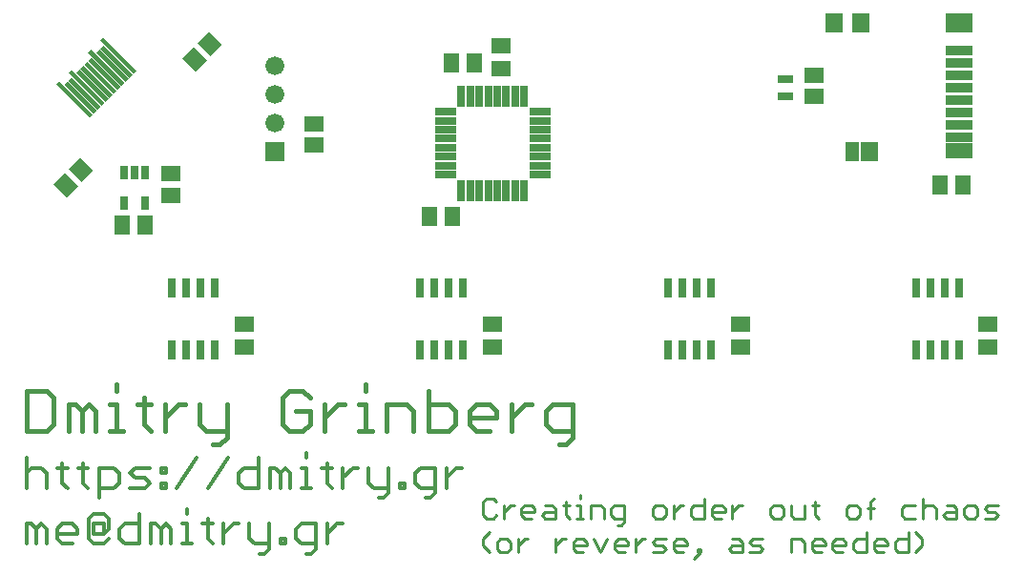
<source format=gts>
G75*
%MOIN*%
%OFA0B0*%
%FSLAX24Y24*%
%IPPOS*%
%LPD*%
%AMOC8*
5,1,8,0,0,1.08239X$1,22.5*
%
%ADD10C,0.0170*%
%ADD11C,0.0130*%
%ADD12C,0.0090*%
%ADD13R,0.0257X0.0651*%
%ADD14R,0.0660X0.0660*%
%ADD15C,0.0660*%
%ADD16R,0.0572X0.0690*%
%ADD17R,0.0946X0.0572*%
%ADD18R,0.0946X0.0336*%
%ADD19R,0.0946X0.0651*%
%ADD20R,0.0611X0.0651*%
%ADD21R,0.0454X0.0651*%
%ADD22R,0.0769X0.0277*%
%ADD23R,0.0277X0.0769*%
%ADD24R,0.0690X0.0572*%
%ADD25R,0.0651X0.0572*%
%ADD26R,0.0277X0.0454*%
%ADD27R,0.1438X0.0158*%
%ADD28R,0.1635X0.0158*%
%ADD29R,0.0572X0.0651*%
%ADD30R,0.0560X0.0260*%
D10*
X009678Y005148D02*
X009912Y005148D01*
X010147Y005382D01*
X010147Y006554D01*
X009209Y006554D02*
X009209Y005851D01*
X009444Y005616D01*
X010147Y005616D01*
X008704Y006554D02*
X008469Y006554D01*
X008001Y006085D01*
X008001Y005616D02*
X008001Y006554D01*
X007503Y006554D02*
X007034Y006554D01*
X007268Y006788D02*
X007268Y005851D01*
X007503Y005616D01*
X006536Y005616D02*
X006067Y005616D01*
X006302Y005616D02*
X006302Y006554D01*
X006067Y006554D01*
X005555Y006319D02*
X005555Y005616D01*
X005086Y005616D02*
X005086Y006319D01*
X005320Y006554D01*
X005555Y006319D01*
X005086Y006319D02*
X004852Y006554D01*
X004617Y006554D01*
X004617Y005616D01*
X004105Y005851D02*
X004105Y006788D01*
X003870Y007023D01*
X003167Y007023D01*
X003167Y005616D01*
X003870Y005616D01*
X004105Y005851D01*
X006302Y007023D02*
X006302Y007257D01*
X012109Y006788D02*
X012109Y005851D01*
X012344Y005616D01*
X012812Y005616D01*
X013047Y005851D01*
X013047Y006319D01*
X012578Y006319D01*
X013047Y006788D02*
X012812Y007023D01*
X012344Y007023D01*
X012109Y006788D01*
X013559Y006554D02*
X013559Y005616D01*
X013559Y006085D02*
X014028Y006554D01*
X014262Y006554D01*
X014768Y006554D02*
X015002Y006554D01*
X015002Y005616D01*
X014768Y005616D02*
X015236Y005616D01*
X015734Y005616D02*
X015734Y006554D01*
X016437Y006554D01*
X016672Y006319D01*
X016672Y005616D01*
X017185Y005616D02*
X017888Y005616D01*
X018122Y005851D01*
X018122Y006319D01*
X017888Y006554D01*
X017185Y006554D01*
X017185Y007023D02*
X017185Y005616D01*
X018635Y005851D02*
X018635Y006319D01*
X018869Y006554D01*
X019338Y006554D01*
X019572Y006319D01*
X019572Y006085D01*
X018635Y006085D01*
X018635Y005851D02*
X018869Y005616D01*
X019338Y005616D01*
X020085Y005616D02*
X020085Y006554D01*
X020553Y006554D02*
X020788Y006554D01*
X020553Y006554D02*
X020085Y006085D01*
X021293Y005851D02*
X021527Y005616D01*
X022230Y005616D01*
X022230Y005382D02*
X022230Y006554D01*
X021527Y006554D01*
X021293Y006319D01*
X021293Y005851D01*
X021996Y005148D02*
X022230Y005382D01*
X021996Y005148D02*
X021762Y005148D01*
X015002Y007023D02*
X015002Y007257D01*
D11*
X003147Y002373D02*
X003147Y001671D01*
X003498Y001671D02*
X003498Y002197D01*
X003673Y002373D01*
X003849Y002197D01*
X003849Y001671D01*
X004235Y001847D02*
X004235Y002197D01*
X004410Y002373D01*
X004761Y002373D01*
X004936Y002197D01*
X004936Y002022D01*
X004235Y002022D01*
X004235Y001847D02*
X004410Y001671D01*
X004761Y001671D01*
X005322Y001847D02*
X005322Y002548D01*
X005498Y002723D01*
X005848Y002723D01*
X006024Y002548D01*
X006024Y002197D01*
X005848Y002022D01*
X005848Y002373D01*
X005498Y002373D01*
X005498Y002022D01*
X005848Y002022D01*
X006024Y001847D02*
X005848Y001671D01*
X005498Y001671D01*
X005322Y001847D01*
X006410Y001847D02*
X006585Y001671D01*
X007111Y001671D01*
X007111Y002723D01*
X007111Y002373D02*
X006585Y002373D01*
X006410Y002197D01*
X006410Y001847D01*
X007497Y001671D02*
X007497Y002373D01*
X007673Y002373D01*
X007848Y002197D01*
X008023Y002373D01*
X008199Y002197D01*
X008199Y001671D01*
X007848Y001671D02*
X007848Y002197D01*
X008585Y002373D02*
X008760Y002373D01*
X008760Y001671D01*
X008585Y001671D02*
X008936Y001671D01*
X009485Y001847D02*
X009661Y001671D01*
X009485Y001847D02*
X009485Y002548D01*
X009310Y002373D02*
X009661Y002373D01*
X010035Y002373D02*
X010035Y001671D01*
X010035Y002022D02*
X010386Y002373D01*
X010561Y002373D01*
X010941Y002373D02*
X010941Y001847D01*
X011117Y001671D01*
X011643Y001671D01*
X011643Y001496D02*
X011467Y001321D01*
X011292Y001321D01*
X011643Y001496D02*
X011643Y002373D01*
X012029Y001847D02*
X012204Y001847D01*
X012204Y001671D01*
X012029Y001671D01*
X012029Y001847D01*
X012573Y001847D02*
X012573Y002197D01*
X012748Y002373D01*
X013274Y002373D01*
X013274Y001496D01*
X013099Y001321D01*
X012923Y001321D01*
X012748Y001671D02*
X013274Y001671D01*
X013660Y001671D02*
X013660Y002373D01*
X013660Y002022D02*
X014011Y002373D01*
X014186Y002373D01*
X012748Y001671D02*
X012573Y001847D01*
X015461Y003271D02*
X015636Y003271D01*
X015812Y003446D01*
X015812Y004323D01*
X016198Y003797D02*
X016373Y003797D01*
X016373Y003621D01*
X016198Y003621D01*
X016198Y003797D01*
X015812Y003621D02*
X015286Y003621D01*
X015110Y003797D01*
X015110Y004323D01*
X014730Y004323D02*
X014555Y004323D01*
X014204Y003972D01*
X014204Y003621D02*
X014204Y004323D01*
X013830Y004323D02*
X013479Y004323D01*
X013654Y004498D02*
X013654Y003797D01*
X013830Y003621D01*
X013105Y003621D02*
X012754Y003621D01*
X012929Y003621D02*
X012929Y004323D01*
X012754Y004323D01*
X012368Y004147D02*
X012368Y003621D01*
X012017Y003621D02*
X012017Y004147D01*
X012192Y004323D01*
X012368Y004147D01*
X012017Y004147D02*
X011842Y004323D01*
X011666Y004323D01*
X011666Y003621D01*
X011280Y003621D02*
X010754Y003621D01*
X010579Y003797D01*
X010579Y004147D01*
X010754Y004323D01*
X011280Y004323D01*
X011280Y004673D02*
X011280Y003621D01*
X010193Y004673D02*
X009491Y003621D01*
X008760Y002899D02*
X008760Y002723D01*
X008404Y003621D02*
X009105Y004673D01*
X008035Y004323D02*
X008035Y004147D01*
X007860Y004147D01*
X007860Y004323D01*
X008035Y004323D01*
X007474Y004323D02*
X006948Y004323D01*
X006772Y004147D01*
X006948Y003972D01*
X007298Y003972D01*
X007474Y003797D01*
X007298Y003621D01*
X006772Y003621D01*
X006386Y003797D02*
X006211Y003621D01*
X005685Y003621D01*
X005685Y003271D02*
X005685Y004323D01*
X006211Y004323D01*
X006386Y004147D01*
X006386Y003797D01*
X005311Y003621D02*
X005135Y003797D01*
X005135Y004498D01*
X004960Y004323D02*
X005311Y004323D01*
X004585Y004323D02*
X004235Y004323D01*
X004410Y004498D02*
X004410Y003797D01*
X004585Y003621D01*
X003849Y003621D02*
X003849Y004147D01*
X003673Y004323D01*
X003323Y004323D01*
X003147Y004147D01*
X003147Y004673D02*
X003147Y003621D01*
X003147Y002373D02*
X003323Y002373D01*
X003498Y002197D01*
X007860Y003621D02*
X007860Y003797D01*
X008035Y003797D01*
X008035Y003621D01*
X007860Y003621D01*
X012929Y004673D02*
X012929Y004849D01*
X016742Y004147D02*
X016742Y003797D01*
X016917Y003621D01*
X017443Y003621D01*
X017443Y003446D02*
X017443Y004323D01*
X016917Y004323D01*
X016742Y004147D01*
X017829Y003972D02*
X018180Y004323D01*
X018355Y004323D01*
X017829Y004323D02*
X017829Y003621D01*
X017443Y003446D02*
X017268Y003271D01*
X017092Y003271D01*
D12*
X019109Y003139D02*
X019109Y002674D01*
X019225Y002558D01*
X019458Y002558D01*
X019574Y002674D01*
X019834Y002790D02*
X020066Y003023D01*
X020183Y003023D01*
X020438Y002907D02*
X020438Y002674D01*
X020554Y002558D01*
X020787Y002558D01*
X020903Y002790D02*
X020438Y002790D01*
X020438Y002907D02*
X020554Y003023D01*
X020787Y003023D01*
X020903Y002907D01*
X020903Y002790D01*
X021163Y002674D02*
X021279Y002558D01*
X021628Y002558D01*
X021628Y002907D01*
X021512Y003023D01*
X021279Y003023D01*
X021279Y002790D02*
X021628Y002790D01*
X021279Y002790D02*
X021163Y002674D01*
X021888Y003023D02*
X022121Y003023D01*
X022004Y003139D02*
X022004Y002674D01*
X022121Y002558D01*
X022371Y002558D02*
X022604Y002558D01*
X022488Y002558D02*
X022488Y003023D01*
X022371Y003023D01*
X022488Y003256D02*
X022488Y003372D01*
X022855Y003023D02*
X023204Y003023D01*
X023320Y002907D01*
X023320Y002558D01*
X023580Y002674D02*
X023696Y002558D01*
X024045Y002558D01*
X024045Y002441D02*
X024045Y003023D01*
X023696Y003023D01*
X023580Y002907D01*
X023580Y002674D01*
X023929Y002325D02*
X024045Y002441D01*
X023929Y002325D02*
X023812Y002325D01*
X023817Y001842D02*
X024049Y001842D01*
X024166Y001725D01*
X024166Y001609D01*
X023700Y001609D01*
X023700Y001493D02*
X023700Y001725D01*
X023817Y001842D01*
X023441Y001842D02*
X023208Y001376D01*
X022975Y001842D01*
X022716Y001725D02*
X022716Y001609D01*
X022250Y001609D01*
X022250Y001493D02*
X022250Y001725D01*
X022367Y001842D01*
X022599Y001842D01*
X022716Y001725D01*
X022599Y001376D02*
X022367Y001376D01*
X022250Y001493D01*
X021995Y001842D02*
X021879Y001842D01*
X021646Y001609D01*
X021646Y001376D02*
X021646Y001842D01*
X020666Y001842D02*
X020550Y001842D01*
X020317Y001609D01*
X020317Y001376D02*
X020317Y001842D01*
X020057Y001725D02*
X019941Y001842D01*
X019708Y001842D01*
X019592Y001725D01*
X019592Y001493D01*
X019708Y001376D01*
X019941Y001376D01*
X020057Y001493D01*
X020057Y001725D01*
X019341Y001376D02*
X019109Y001609D01*
X019109Y001842D01*
X019341Y002074D01*
X019834Y002558D02*
X019834Y003023D01*
X019574Y003139D02*
X019458Y003256D01*
X019225Y003256D01*
X019109Y003139D01*
X022855Y003023D02*
X022855Y002558D01*
X024425Y001842D02*
X024425Y001376D01*
X024425Y001609D02*
X024658Y001842D01*
X024774Y001842D01*
X025030Y001725D02*
X025146Y001842D01*
X025495Y001842D01*
X025379Y001609D02*
X025146Y001609D01*
X025030Y001725D01*
X025030Y001376D02*
X025379Y001376D01*
X025495Y001493D01*
X025379Y001609D01*
X025755Y001609D02*
X026220Y001609D01*
X026220Y001725D01*
X026104Y001842D01*
X025871Y001842D01*
X025755Y001725D01*
X025755Y001493D01*
X025871Y001376D01*
X026104Y001376D01*
X026480Y001144D02*
X026712Y001376D01*
X026596Y001376D01*
X026596Y001493D01*
X026712Y001493D01*
X026712Y001376D01*
X027688Y001493D02*
X027804Y001609D01*
X028153Y001609D01*
X028153Y001725D02*
X028153Y001376D01*
X027804Y001376D01*
X027688Y001493D01*
X027804Y001842D02*
X028037Y001842D01*
X028153Y001725D01*
X028413Y001725D02*
X028529Y001842D01*
X028878Y001842D01*
X028762Y001609D02*
X028529Y001609D01*
X028413Y001725D01*
X028413Y001376D02*
X028762Y001376D01*
X028878Y001493D01*
X028762Y001609D01*
X029863Y001376D02*
X029863Y001842D01*
X030212Y001842D01*
X030329Y001725D01*
X030329Y001376D01*
X030588Y001493D02*
X030588Y001725D01*
X030705Y001842D01*
X030937Y001842D01*
X031054Y001725D01*
X031054Y001609D01*
X030588Y001609D01*
X030588Y001493D02*
X030705Y001376D01*
X030937Y001376D01*
X031313Y001493D02*
X031313Y001725D01*
X031430Y001842D01*
X031662Y001842D01*
X031779Y001725D01*
X031779Y001609D01*
X031313Y001609D01*
X031313Y001493D02*
X031430Y001376D01*
X031662Y001376D01*
X032038Y001493D02*
X032038Y001725D01*
X032155Y001842D01*
X032504Y001842D01*
X032504Y002074D02*
X032504Y001376D01*
X032155Y001376D01*
X032038Y001493D01*
X032763Y001493D02*
X032763Y001725D01*
X032880Y001842D01*
X033112Y001842D01*
X033229Y001725D01*
X033229Y001609D01*
X032763Y001609D01*
X032763Y001493D02*
X032880Y001376D01*
X033112Y001376D01*
X033488Y001493D02*
X033488Y001725D01*
X033605Y001842D01*
X033954Y001842D01*
X033954Y002074D02*
X033954Y001376D01*
X033605Y001376D01*
X033488Y001493D01*
X034213Y001376D02*
X034446Y001609D01*
X034446Y001842D01*
X034213Y002074D01*
X034195Y002558D02*
X033846Y002558D01*
X033730Y002674D01*
X033730Y002907D01*
X033846Y003023D01*
X034195Y003023D01*
X034455Y002907D02*
X034571Y003023D01*
X034804Y003023D01*
X034920Y002907D01*
X034920Y002558D01*
X035180Y002674D02*
X035296Y002790D01*
X035645Y002790D01*
X035645Y002907D02*
X035645Y002558D01*
X035296Y002558D01*
X035180Y002674D01*
X035296Y003023D02*
X035529Y003023D01*
X035645Y002907D01*
X035905Y002907D02*
X035905Y002674D01*
X036021Y002558D01*
X036254Y002558D01*
X036370Y002674D01*
X036370Y002907D01*
X036254Y003023D01*
X036021Y003023D01*
X035905Y002907D01*
X036630Y002907D02*
X036746Y003023D01*
X037095Y003023D01*
X036979Y002790D02*
X036746Y002790D01*
X036630Y002907D01*
X036979Y002790D02*
X037095Y002674D01*
X036979Y002558D01*
X036630Y002558D01*
X034455Y002558D02*
X034455Y003256D01*
X032754Y003256D02*
X032638Y003139D01*
X032638Y002558D01*
X032262Y002674D02*
X032262Y002907D01*
X032146Y003023D01*
X031913Y003023D01*
X031797Y002907D01*
X031797Y002674D01*
X031913Y002558D01*
X032146Y002558D01*
X032262Y002674D01*
X032522Y002907D02*
X032754Y002907D01*
X030821Y003023D02*
X030588Y003023D01*
X030705Y003139D02*
X030705Y002674D01*
X030821Y002558D01*
X030329Y002558D02*
X030329Y003023D01*
X029863Y003023D02*
X029863Y002674D01*
X029980Y002558D01*
X030329Y002558D01*
X029603Y002674D02*
X029603Y002907D01*
X029487Y003023D01*
X029254Y003023D01*
X029138Y002907D01*
X029138Y002674D01*
X029254Y002558D01*
X029487Y002558D01*
X029603Y002674D01*
X028158Y003023D02*
X028042Y003023D01*
X027809Y002790D01*
X027809Y002558D02*
X027809Y003023D01*
X027549Y002907D02*
X027549Y002790D01*
X027084Y002790D01*
X027084Y002674D02*
X027084Y002907D01*
X027200Y003023D01*
X027433Y003023D01*
X027549Y002907D01*
X027200Y002558D02*
X027084Y002674D01*
X027200Y002558D02*
X027433Y002558D01*
X026824Y002558D02*
X026475Y002558D01*
X026359Y002674D01*
X026359Y002907D01*
X026475Y003023D01*
X026824Y003023D01*
X026824Y003256D02*
X026824Y002558D01*
X026104Y003023D02*
X025987Y003023D01*
X025755Y002790D01*
X025755Y002558D02*
X025755Y003023D01*
X025495Y002907D02*
X025495Y002674D01*
X025379Y002558D01*
X025146Y002558D01*
X025030Y002674D01*
X025030Y002907D01*
X025146Y003023D01*
X025379Y003023D01*
X025495Y002907D01*
X024049Y001376D02*
X023817Y001376D01*
X023700Y001493D01*
D13*
X025561Y008460D03*
X026061Y008460D03*
X026561Y008460D03*
X027061Y008460D03*
X027061Y010626D03*
X026561Y010626D03*
X026061Y010626D03*
X025561Y010626D03*
X018399Y010626D03*
X017899Y010626D03*
X017399Y010626D03*
X016899Y010626D03*
X016899Y008460D03*
X017399Y008460D03*
X017899Y008460D03*
X018399Y008460D03*
X009738Y008460D03*
X009238Y008460D03*
X008738Y008460D03*
X008238Y008460D03*
X008238Y010626D03*
X008738Y010626D03*
X009238Y010626D03*
X009738Y010626D03*
X034222Y010626D03*
X034722Y010626D03*
X035222Y010626D03*
X035722Y010626D03*
X035722Y008460D03*
X035222Y008460D03*
X034722Y008460D03*
X034222Y008460D03*
D14*
X011839Y015381D03*
D15*
X011839Y016381D03*
X011839Y017381D03*
X011839Y018381D03*
D16*
X017995Y018481D03*
X018782Y018481D03*
X018032Y013131D03*
X017245Y013131D03*
X007282Y012831D03*
X006495Y012831D03*
X035070Y014231D03*
X035857Y014231D03*
D17*
X035721Y015421D03*
D18*
X035721Y015894D03*
X035721Y016327D03*
X035721Y016760D03*
X035721Y017193D03*
X035721Y017626D03*
X035721Y018059D03*
X035721Y018492D03*
X035721Y018925D03*
D19*
X035721Y019890D03*
D20*
X032296Y019890D03*
X031371Y019890D03*
X032581Y015382D03*
D21*
X031991Y015382D03*
D22*
X021092Y015524D03*
X021092Y015209D03*
X021092Y014894D03*
X021092Y014579D03*
X021092Y015839D03*
X021092Y016154D03*
X021092Y016469D03*
X021092Y016784D03*
X017785Y016784D03*
X017785Y016469D03*
X017785Y016154D03*
X017785Y015839D03*
X017785Y015524D03*
X017785Y015209D03*
X017785Y014894D03*
X017785Y014579D03*
D23*
X018336Y014028D03*
X018651Y014028D03*
X018966Y014028D03*
X019281Y014028D03*
X019596Y014028D03*
X019911Y014028D03*
X020226Y014028D03*
X020541Y014028D03*
X020541Y017335D03*
X020226Y017335D03*
X019911Y017335D03*
X019596Y017335D03*
X019281Y017335D03*
X018966Y017335D03*
X018651Y017335D03*
X018336Y017335D03*
D24*
X019739Y018288D03*
X019739Y019075D03*
X008189Y014625D03*
X008189Y013838D03*
X010759Y009346D03*
X010759Y008559D03*
X019421Y008559D03*
X019421Y009346D03*
X028082Y009346D03*
X028082Y008559D03*
X036744Y008559D03*
X036744Y009346D03*
D25*
X030657Y017315D03*
X030657Y018063D03*
X013189Y016356D03*
X013189Y015607D03*
D26*
X007313Y014663D03*
X006939Y014663D03*
X006565Y014663D03*
X006565Y013600D03*
X007313Y013600D03*
D27*
G36*
X004589Y017840D02*
X005605Y016824D01*
X005493Y016712D01*
X004477Y017728D01*
X004589Y017840D01*
G37*
G36*
X004728Y017980D02*
X005744Y016964D01*
X005632Y016852D01*
X004616Y017868D01*
X004728Y017980D01*
G37*
G36*
X005007Y018258D02*
X006023Y017242D01*
X005911Y017130D01*
X004895Y018146D01*
X005007Y018258D01*
G37*
G36*
X005146Y018397D02*
X006162Y017381D01*
X006050Y017269D01*
X005034Y018285D01*
X005146Y018397D01*
G37*
G36*
X005285Y018536D02*
X006301Y017520D01*
X006189Y017408D01*
X005173Y018424D01*
X005285Y018536D01*
G37*
G36*
X005424Y018675D02*
X006440Y017659D01*
X006328Y017547D01*
X005312Y018563D01*
X005424Y018675D01*
G37*
G36*
X005703Y018954D02*
X006719Y017938D01*
X006607Y017826D01*
X005591Y018842D01*
X005703Y018954D01*
G37*
G36*
X005842Y019093D02*
X006858Y018077D01*
X006746Y017965D01*
X005730Y018981D01*
X005842Y019093D01*
G37*
D28*
G36*
X005842Y019371D02*
X006996Y018217D01*
X006884Y018105D01*
X005730Y019259D01*
X005842Y019371D01*
G37*
G36*
X005425Y018953D02*
X006579Y017799D01*
X006467Y017687D01*
X005313Y018841D01*
X005425Y018953D01*
G37*
G36*
X004729Y018257D02*
X005883Y017103D01*
X005771Y016991D01*
X004617Y018145D01*
X004729Y018257D01*
G37*
G36*
X004311Y017840D02*
X005465Y016686D01*
X005353Y016574D01*
X004199Y017728D01*
X004311Y017840D01*
G37*
D29*
G36*
X008592Y018644D02*
X008997Y019049D01*
X009456Y018590D01*
X009051Y018185D01*
X008592Y018644D01*
G37*
G36*
X009121Y019173D02*
X009526Y019578D01*
X009985Y019119D01*
X009580Y018714D01*
X009121Y019173D01*
G37*
G36*
X004621Y014773D02*
X005026Y015178D01*
X005485Y014719D01*
X005080Y014314D01*
X004621Y014773D01*
G37*
G36*
X004092Y014244D02*
X004497Y014649D01*
X004956Y014190D01*
X004551Y013785D01*
X004092Y014244D01*
G37*
D30*
X029653Y017330D03*
X029653Y017930D03*
M02*

</source>
